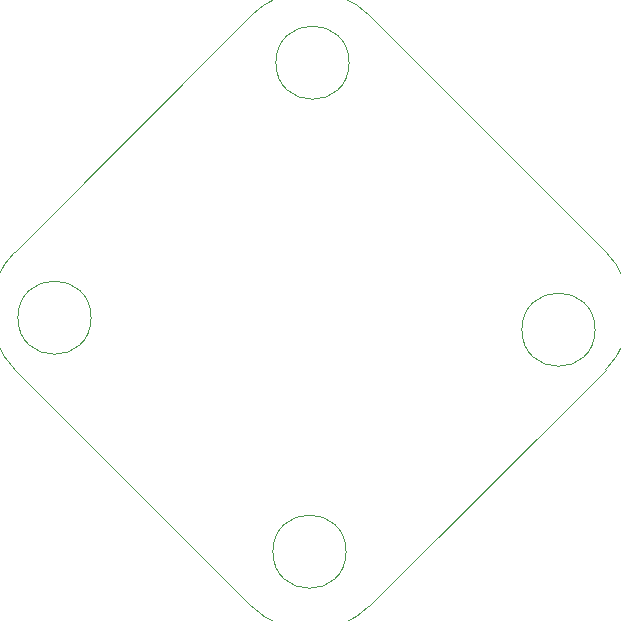
<source format=gbr>
%TF.GenerationSoftware,KiCad,Pcbnew,8.0.1*%
%TF.CreationDate,2024-04-23T14:14:13-04:00*%
%TF.ProjectId,mainboard,6d61696e-626f-4617-9264-2e6b69636164,rev?*%
%TF.SameCoordinates,Original*%
%TF.FileFunction,Profile,NP*%
%FSLAX46Y46*%
G04 Gerber Fmt 4.6, Leading zero omitted, Abs format (unit mm)*
G04 Created by KiCad (PCBNEW 8.0.1) date 2024-04-23 14:14:13*
%MOMM*%
%LPD*%
G01*
G04 APERTURE LIST*
%TA.AperFunction,Profile*%
%ADD10C,0.050000*%
%TD*%
G04 APERTURE END LIST*
D10*
X194108465Y-86614000D02*
G75*
G02*
X187907535Y-86614000I-3100465J0D01*
G01*
X187907535Y-86614000D02*
G75*
G02*
X194108465Y-86614000I3100465J0D01*
G01*
X151436465Y-85598000D02*
G75*
G02*
X145235535Y-85598000I-3100465J0D01*
G01*
X145235535Y-85598000D02*
G75*
G02*
X151436465Y-85598000I3100465J0D01*
G01*
X173026465Y-105410000D02*
G75*
G02*
X166825535Y-105410000I-3100465J0D01*
G01*
X166825535Y-105410000D02*
G75*
G02*
X173026465Y-105410000I3100465J0D01*
G01*
X173280465Y-64008000D02*
G75*
G02*
X167079535Y-64008000I-3100465J0D01*
G01*
X167079535Y-64008000D02*
G75*
G02*
X173280465Y-64008000I3100465J0D01*
G01*
X145000001Y-89999999D02*
G75*
G02*
X145000001Y-80000001I4999999J4999999D01*
G01*
X174999999Y-109999999D02*
G75*
G02*
X165000001Y-109999999I-4999999J4999999D01*
G01*
X194999999Y-80000001D02*
G75*
G02*
X194999999Y-89999999I-4999999J-4999999D01*
G01*
X165000001Y-60000001D02*
G75*
G02*
X174999999Y-60000001I4999999J-4999999D01*
G01*
X165000000Y-110000000D02*
X145000000Y-90000000D01*
X195000000Y-90000000D02*
X175000000Y-110000000D01*
X175000000Y-60000000D02*
X195000000Y-80000000D01*
X145000000Y-80000000D02*
X165000000Y-60000000D01*
M02*

</source>
